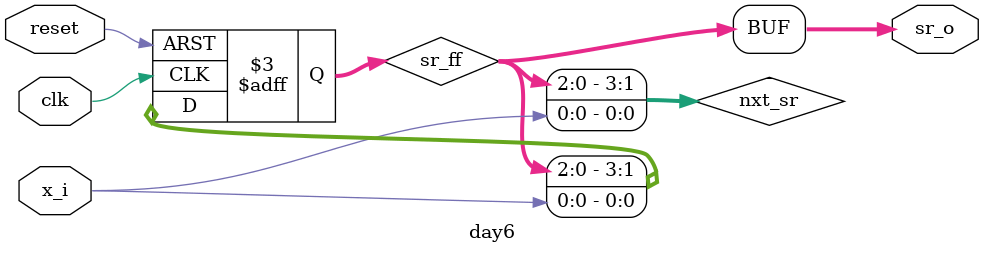
<source format=v>
module day6 (
  input     wire        clk,
  input     wire        reset,
  input     wire        x_i,      // Serial input

  output   wire  [3:0]   sr_o     // Output declared as reg to store value
);

  reg [3:0] sr_ff;          // Shift register flip-flop
  reg [3:0] nxt_sr;         // Next state of the shift register

  // Sequential logic for the shift register
  always @(posedge clk or posedge reset) begin
    if (reset)
      sr_ff <= 4'h0;        // Reset shift register to 0
    else
      sr_ff <= nxt_sr;      // Update shift register with next state
  end

  // Combinational logic for the next state
  always @(*) begin
    nxt_sr = {sr_ff[2:0], x_i}; // Shift left and insert x_i at the LSB
  end

  // Connect output directly to the flip-flop value
  assign sr_o = sr_ff;

endmodule

</source>
